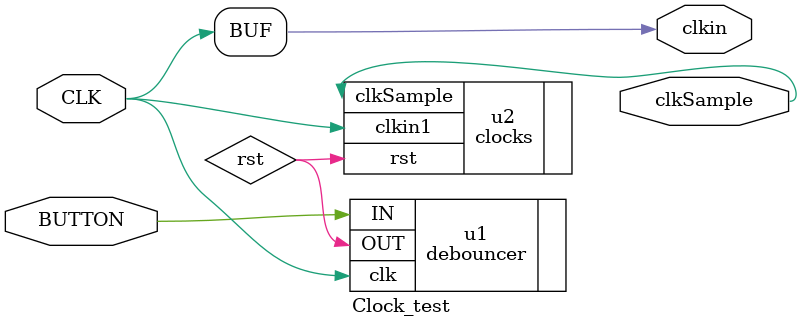
<source format=v>
`timescale 1ns / 1ps


module Clock_test(input CLK,
output clkSample,
output clkin,
input BUTTON
    );
    
    assign clkin = CLK;
    wire rst;
debouncer u1(.clk(CLK),.IN(BUTTON),.OUT(rst));
clocks u2(.clkin1(CLK),.rst(rst),.clkSample(clkSample));

// Using delay elements
//parameter g_INITAL = 15;
//(* KEEP = "true", DONT_TOUCH="true" *)wire [g_INITAL-1:0]carryDelay;
//genvar i;
//assign clkin = CLK;
//generate
//for (i=0; i<g_INITAL; i=i+1) begin
//            if(i==0) begin
//                (* ALLOW_COMBINATORIAL_LOOPS = "true", KEEP = "true", DONT_TOUCH="true" *)BUF CARRY4_delay(
//                    .I(CLK),
//                    .O(carryDelay[i])
//                );
                
//            end
//            else begin
//                (* ALLOW_COMBINATORIAL_LOOPS = "true", KEEP = "true", DONT_TOUCH="true" *)BUF CARRY4_delay(
//                    .I(carryDelay[i-1]),
//                    .O(carryDelay[i])
//                );
                
//            end
//        end
//endgenerate
//assign clkSample = carryDelay[g_INITAL-1];

endmodule

</source>
